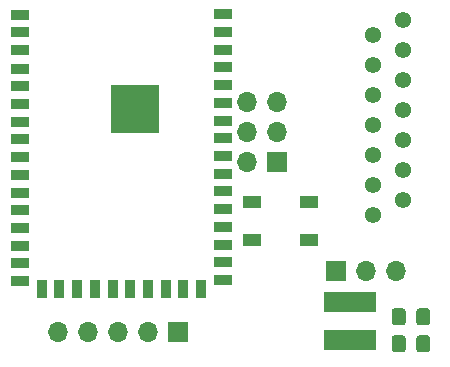
<source format=gbr>
%TF.GenerationSoftware,KiCad,Pcbnew,(5.1.10)-1*%
%TF.CreationDate,2022-01-13T15:18:29+01:00*%
%TF.ProjectId,3DESPWrover,33444553-5057-4726-9f76-65722e6b6963,rev?*%
%TF.SameCoordinates,Original*%
%TF.FileFunction,Soldermask,Bot*%
%TF.FilePolarity,Negative*%
%FSLAX46Y46*%
G04 Gerber Fmt 4.6, Leading zero omitted, Abs format (unit mm)*
G04 Created by KiCad (PCBNEW (5.1.10)-1) date 2022-01-13 15:18:29*
%MOMM*%
%LPD*%
G01*
G04 APERTURE LIST*
%ADD10R,4.100000X4.100000*%
%ADD11R,1.500000X0.900000*%
%ADD12R,0.900000X1.500000*%
%ADD13R,1.500000X1.000000*%
%ADD14R,1.700000X1.700000*%
%ADD15O,1.700000X1.700000*%
%ADD16R,4.500000X1.750000*%
%ADD17C,1.381000*%
G04 APERTURE END LIST*
D10*
%TO.C,U1*%
X212772000Y-67512000D03*
D11*
X202957000Y-59572000D03*
X202957000Y-60972000D03*
X202957000Y-62472000D03*
X202957000Y-64072000D03*
D12*
X206332000Y-82722000D03*
X204832000Y-82722000D03*
D11*
X202957000Y-82072000D03*
X202957000Y-80572000D03*
X202957000Y-79072000D03*
X202957000Y-77572000D03*
X202957000Y-76072000D03*
X202957000Y-74572000D03*
X202957000Y-73072000D03*
X202957000Y-71572000D03*
X202957000Y-70072000D03*
X202957000Y-68572000D03*
X202957000Y-67072000D03*
X202957000Y-65572000D03*
X220207000Y-78972000D03*
X220207000Y-77472000D03*
X220207000Y-75972000D03*
X220207000Y-74472000D03*
X220207000Y-72972000D03*
X220207000Y-71472000D03*
X220207000Y-69972000D03*
X220207000Y-68472000D03*
X220207000Y-66972000D03*
X220207000Y-65472000D03*
X220207000Y-63972000D03*
X220207000Y-62472000D03*
X220207000Y-60972000D03*
D12*
X207832000Y-82722000D03*
X209332000Y-82722000D03*
X210832000Y-82722000D03*
X212332000Y-82722000D03*
X213832000Y-82722000D03*
X215332000Y-82722000D03*
X216832000Y-82722000D03*
X218332000Y-82722000D03*
D11*
X220207000Y-81972000D03*
X220207000Y-80472000D03*
X220207000Y-59472000D03*
%TD*%
D13*
%TO.C,D1*%
X222594000Y-78562000D03*
X222594000Y-75362000D03*
X227494000Y-78562000D03*
X227494000Y-75362000D03*
%TD*%
%TO.C,C9*%
G36*
G01*
X236543000Y-85565000D02*
X236543000Y-84615000D01*
G75*
G02*
X236793000Y-84365000I250000J0D01*
G01*
X237468000Y-84365000D01*
G75*
G02*
X237718000Y-84615000I0J-250000D01*
G01*
X237718000Y-85565000D01*
G75*
G02*
X237468000Y-85815000I-250000J0D01*
G01*
X236793000Y-85815000D01*
G75*
G02*
X236543000Y-85565000I0J250000D01*
G01*
G37*
G36*
G01*
X234468000Y-85565000D02*
X234468000Y-84615000D01*
G75*
G02*
X234718000Y-84365000I250000J0D01*
G01*
X235393000Y-84365000D01*
G75*
G02*
X235643000Y-84615000I0J-250000D01*
G01*
X235643000Y-85565000D01*
G75*
G02*
X235393000Y-85815000I-250000J0D01*
G01*
X234718000Y-85815000D01*
G75*
G02*
X234468000Y-85565000I0J250000D01*
G01*
G37*
%TD*%
%TO.C,C10*%
G36*
G01*
X236543000Y-87851000D02*
X236543000Y-86901000D01*
G75*
G02*
X236793000Y-86651000I250000J0D01*
G01*
X237468000Y-86651000D01*
G75*
G02*
X237718000Y-86901000I0J-250000D01*
G01*
X237718000Y-87851000D01*
G75*
G02*
X237468000Y-88101000I-250000J0D01*
G01*
X236793000Y-88101000D01*
G75*
G02*
X236543000Y-87851000I0J250000D01*
G01*
G37*
G36*
G01*
X234468000Y-87851000D02*
X234468000Y-86901000D01*
G75*
G02*
X234718000Y-86651000I250000J0D01*
G01*
X235393000Y-86651000D01*
G75*
G02*
X235643000Y-86901000I0J-250000D01*
G01*
X235643000Y-87851000D01*
G75*
G02*
X235393000Y-88101000I-250000J0D01*
G01*
X234718000Y-88101000D01*
G75*
G02*
X234468000Y-87851000I0J250000D01*
G01*
G37*
%TD*%
D14*
%TO.C,J2*%
X229743000Y-81254600D03*
D15*
X232283000Y-81254600D03*
X234823000Y-81254600D03*
%TD*%
D14*
%TO.C,J1*%
X216408000Y-86360000D03*
D15*
X213868000Y-86360000D03*
X211328000Y-86360000D03*
X208788000Y-86360000D03*
X206248000Y-86360000D03*
%TD*%
D16*
%TO.C,L1*%
X230912000Y-83846000D03*
X230912000Y-87096000D03*
%TD*%
D14*
%TO.C,J3*%
X224790000Y-72009000D03*
D15*
X222250000Y-72009000D03*
X224790000Y-69469000D03*
X222250000Y-69469000D03*
X224790000Y-66929000D03*
X222250000Y-66929000D03*
%TD*%
D17*
%TO.C,J4*%
X232918000Y-76454000D03*
X235458000Y-75184000D03*
X232918000Y-73914000D03*
X235458000Y-72644000D03*
X232918000Y-71374000D03*
X235458000Y-70104000D03*
X232918000Y-68834000D03*
X235458000Y-67564000D03*
X232918000Y-66294000D03*
X235458000Y-65024000D03*
X232918000Y-63754000D03*
X235458000Y-62484000D03*
X232918000Y-61214000D03*
X235458000Y-59944000D03*
%TD*%
M02*

</source>
